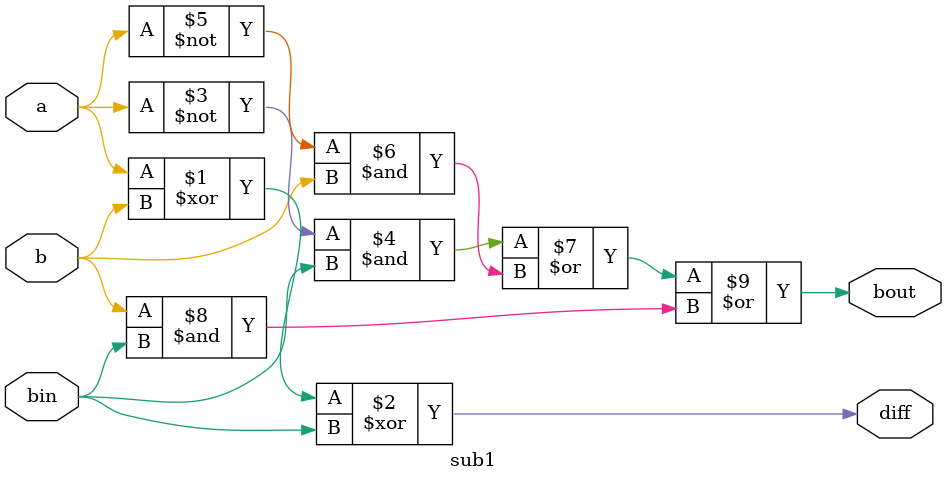
<source format=sv>
`define ALU_ADD 0
`define ALU_SUB 1
`define ALU_AND 2
`define ALU_OR  3
`define ALU_XOR 4
`define ALU_NOR 5
`define ALU_SLL 6
`define ALU_SRL 7
`define ALU_SRA 8

module core(
    input clk,
    input reset,
    output [31:0] dout
    );

    wire [31:0] instr_addr, instr;

    rom rom(instr_addr, instr);

    wire [5:0] opcode, rtype_opcode;
    wire [4:0] reg1, reg2, reg3;
    wire [15:0] imm16;

    instr_decoder instr_decoder(instr, opcode, rtype_opcode, reg1, reg2, reg3, imm16);

    wire [5:0] alu_opcode;
    wire sel_reg_write, sel_reg_din, sel_alu_rhs, we_reg, we_ram, beq, bne, blt, bltu, bgt, bgtu;

    control_unit control_unit(opcode, rtype_opcode, alu_opcode, sel_reg_write, sel_reg_din, sel_alu_rhs, we_reg, we_ram,
        beq, bne, blt, bltu, bgt, bgtu);

    wire [31:0] ram_dout, alu_dout;

    wire [31:0] reg_din = sel_reg_din ? ram_dout : alu_dout;
    wire [4:0] reg_write = sel_reg_write ? reg3 : reg2;
    wire [31:0] reg_dout1, reg_dout2;

    register_file register_file(clk, reg_din, we_reg, reg_write, reg1, reg2, reg_dout1, reg_dout2);

    reg [31:0] imm32;

    // sign extend imm16 for arithmetic operations, else zero extend
    always_comb begin
        if(alu_opcode == `ALU_ADD | alu_opcode == `ALU_SUB)
            imm32 = { {16{imm16[15]}}, imm16};
        else
            imm32 = { {16{1'b0}}, imm16};
    end

    wire [31:0] alu_din_rhs = sel_alu_rhs ? imm32 : reg_dout2;
    wire carry, borrow;

    alu alu(alu_opcode, reg_dout1, alu_din_rhs, alu_dout, carry, borrow);

    ram ram(clk, alu_dout, reg_dout2, we_ram, ram_dout);

    wire branch_en;

    branch_unit branch_unit(~|alu_dout, borrow, reg_dout1[31], alu_din_rhs[31], beq, bne, blt, bltu, bgt, bgtu, branch_en);

    pc pc(clk, reset, imm32, branch_en, instr_addr);

    assign dout = reg_dout1; // debug stuff

endmodule

module branch_unit(
    input zero,
    input borrow,
    input sign_lhs,
    input sign_rhs,
    input beq,
    input bne,
    input blt,
    input bltu,
    input bgt,
    input bgtu,
    output branch_en
    );

    wire beq_cond, bne_cond, blt_cond, bltu_cond, bgt_cond, bgtu_cond;

    assign branch_en = (beq & beq_cond)  | (bne & bne_cond) | (blt & blt_cond) | (bltu & bltu_cond) | (bgt & bgt_cond) | (bgtu & bgtu_cond);

    assign beq_cond = zero & ~borrow;
    assign bne_cond = ~zero | borrow;
    assign blt_cond = (sign_lhs & ~sign_rhs) | borrow;
    assign bltu_cond = borrow;
    assign bgt_cond = ~beq_cond & ~blt_cond;
    assign bgtu_cond = ~beq_cond & ~bltu_cond;

endmodule

module instr_decoder(
    input [31:0] din,
    output [5:0] opcode,
    output [5:0] rtype_opcode,
    output [4:0] reg1,
    output [4:0] reg2,
    output [4:0] reg3,
    output [15:0] imm16
    );

    assign opcode = din[31:26];
    assign rtype_opcode = din[10:5];
    assign reg1 = din[25:21];
    assign reg2 = din[20:16];
    assign reg3 = din[15:11];
    assign imm16 = din[15:0];

endmodule

module control_unit(
    input [5:0] opcode,
    input [5:0] rtype_opcode,
    output reg [5:0] alu_opcode,
    output reg sel_reg_write,
    output reg sel_reg_din,
    output reg sel_alu_rhs,
    output reg we_reg,
    output reg we_ram,
    output reg beq,
    output reg bne,
    output reg blt,
    output reg bltu,
    output reg bgt,
    output reg bgtu
    );

    always_comb begin
        alu_opcode = 0;
        sel_reg_write = 0;
        sel_reg_din = 0;
        sel_alu_rhs = 0;
        we_reg = 0;
        we_ram = 0;
        beq = 0;
        bne = 0;
        blt = 0;
        bltu = 0;
        bgt = 0;
        bgtu = 0;

        case(opcode)
            0: begin // r-tytpe
                alu_opcode = rtype_opcode;
                sel_reg_write = 1;
                we_reg = 1;
            end

            // i-type
            1: begin // beq
                alu_opcode = `ALU_SUB;
                beq = 1;
            end
            2: begin // bne
                alu_opcode = `ALU_SUB;
                bne = 1;
            end
            3: begin // blt
                alu_opcode = `ALU_SUB;
                blt = 1;
            end
            4: begin // bltu
                alu_opcode = `ALU_SUB;
                bltu = 1;
            end
            5: begin // ble
                alu_opcode = `ALU_SUB;
                beq = 1;
                blt = 1;
            end
            6: begin // bleu
                alu_opcode = `ALU_SUB;
                beq = 1;
                bltu = 1;
            end
            7: begin // bgt
                alu_opcode = `ALU_SUB;
                bgt = 1;
            end
            8: begin // bgtu
                alu_opcode = `ALU_SUB;
                bgtu = 1;
            end
            9: begin // bge
                alu_opcode = `ALU_SUB;
                beq = 1;
                bgt = 1;
            end
            10: begin // bgeu
                alu_opcode = `ALU_SUB;
                beq = 1;
                bgtu = 1;
            end
            11: begin // b
                alu_opcode = `ALU_SUB;
                beq = 1;
                bne = 1;
            end
            12: begin // ldr
                alu_opcode = `ALU_ADD;
                sel_reg_din = 1;
                sel_alu_rhs = 1;
                we_reg = 1;
            end
            13: begin // str
                alu_opcode = `ALU_ADD;
                sel_alu_rhs = 1;
            end
            14: begin // addi
                alu_opcode = `ALU_ADD;
                sel_alu_rhs = 1;
                we_reg = 1;
            end
            15: begin // andi
                alu_opcode = `ALU_AND;
                sel_alu_rhs = 1;
                we_reg = 1;
            end
            16: begin // ori
                alu_opcode = `ALU_OR;
                sel_alu_rhs = 1;
                we_reg = 1;
            end
            17: begin // xori
                alu_opcode = `ALU_XOR;
                sel_alu_rhs = 1;
                we_reg = 1;
            end
            18: begin // slli
                alu_opcode = `ALU_SLL;
                sel_alu_rhs = 1;
                we_reg = 1;
            end
            19: begin // srli
                alu_opcode = `ALU_SRL;
                sel_alu_rhs = 1;
                we_reg = 1;
            end
            20: begin // srai
                alu_opcode = `ALU_SRA;
                sel_alu_rhs = 1;
                we_reg = 1;
            end
        endcase
    end

endmodule

module pc(
    input clk,
    input reset,
    input [31:0] din,
    input branch_en,
    output reg [31:0] dout
    );

    wire [31:0] next;
    wire carry;
    add32 add32(dout, 32'd1, next, carry);

    always_ff @(posedge clk) begin
        if(reset)
            dout <= 32'd0;
        else
            dout <= branch_en ? din : next;
    end

endmodule

module register_file(
    input clk,
    input [31:0] din,
    input we,
    input [4:0] reg_write,
    input [4:0] reg_read1,
    input [4:0] reg_read2,
    output [31:0] dout1,
    output [31:0] dout2
    );

    reg [31:0] reg_file[31:1];
    wire [31:0] r0 = 32'd0;

    assign dout1 = |reg_read1 ? reg_file[reg_read1] : r0;
    assign dout2 = |reg_read2 ? reg_file[reg_read2] : r0;

    always_ff @(posedge clk) begin
        if(we & |reg_write) // don't write to r0
            reg_file[reg_write] <= din;
    end

endmodule

module alu(
    input [5:0] opcode,
    input [31:0] din_lhs,
    input [31:0] din_rhs,
    output reg [31:0] dout,
    output carry,
    output borrow
    );

    reg [31:0] sum, diff;
    wire [4:0] shift_count = din_rhs[4:0];
    wire [31:0] srl; // shift right logical
    
    add32 add32(din_lhs, din_rhs, sum, carry);
    sub32 sub32(din_lhs, din_rhs, diff, borrow);
    assign srl = din_lhs >> shift_count;

    always_comb begin
        dout = 0;

        case(opcode)
            `ALU_ADD: dout = sum;
            `ALU_SUB: dout = diff;
            `ALU_AND: dout = din_lhs & din_rhs;
            `ALU_OR:  dout = din_lhs | din_rhs;
            `ALU_XOR: dout = din_lhs ^ din_rhs;
            `ALU_NOR: dout = ~(din_lhs | din_rhs);
            // todo, use own shifter modules
            `ALU_SLL: dout = din_lhs << shift_count;
            `ALU_SRL: dout = srl;
            `ALU_SRA: dout = {din_lhs[31], srl[30:0]}; // shift right arithmetic
        endcase
    end

endmodule

module rom(
    input [31:0] addr,
    output [31:0] dout
    );

    reg [31:0] reg_file[255:0];

    assign dout = reg_file[addr[7:0]];

    // todo, read rom file
endmodule

module ram(
    input clk,
    input [31:0] addr,
    input [31:0] din,
    input we, // write enable
    output [31:0] dout
    );

    reg [31:0] reg_file[255:0];

    assign dout = reg_file[addr[7:0]];

    always_ff @(posedge clk) begin
        if(we)
            reg_file[addr[7:0]] <= din;
    end

endmodule

// todo, add32 and sub32 could be merged into a one module
module add32(
    input [31:0] a,
    input [31:0] b,
    output [31:0] sum,
    output cout
    );

    wire [32:0] carry;

    assign carry[0] = 0;
    assign cout = carry[32];

    genvar i;
    generate
        for(i = 0; i < 32; i = i + 1)
            add1 add1(a[i], b[i], carry[i], sum[i], carry[i + 1]);
    endgenerate

endmodule

module sub32(
    input [31:0] a,
    input [31:0] b,
    output [31:0] diff,
    output bout
    );

    wire [32:0] borrow;

    assign borrow[0] = 0;
    assign bout = borrow[32];

    genvar i;
    generate
        for(i = 0; i < 32; i = i + 1)
            sub1 sub1(a[i], b[i], borrow[i], diff[i], borrow[i + 1]);
    endgenerate

endmodule

module add1(
    input a,
    input b,
    input cin,
    output sum,
    output cout
    );

    assign sum = a ^ b ^ cin;
    assign cout = (a & b) | (cin & (a | b));

endmodule

module sub1(
    input a,
    input b,
    input bin, // borrow
    output diff,
    output bout
    );

    assign diff = a ^ b ^ bin;
    assign bout = (~a & bin) | (~a & b) | (b & bin);

endmodule

</source>
